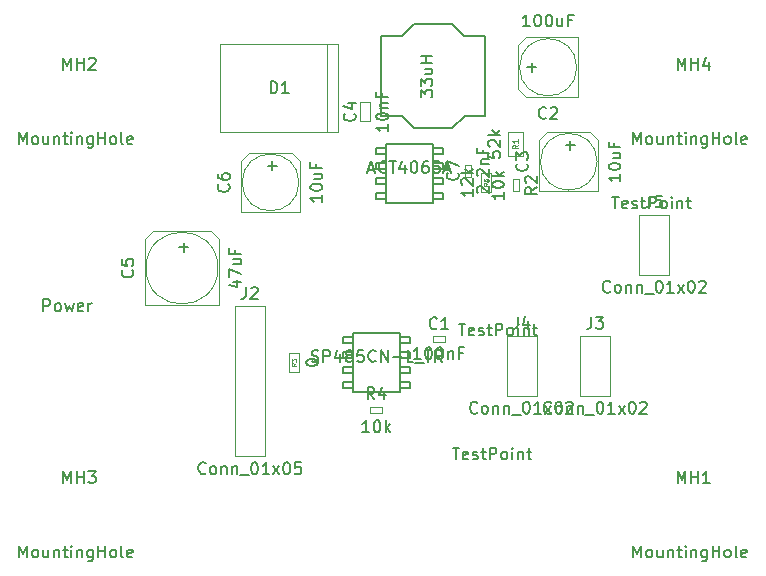
<source format=gbr>
G04 #@! TF.GenerationSoftware,KiCad,Pcbnew,5.0.0*
G04 #@! TF.CreationDate,2018-08-15T09:16:39-04:00*
G04 #@! TF.ProjectId,rs485,72733438352E6B696361645F70636200,rev?*
G04 #@! TF.SameCoordinates,Original*
G04 #@! TF.FileFunction,Other,Fab,Top*
%FSLAX46Y46*%
G04 Gerber Fmt 4.6, Leading zero omitted, Abs format (unit mm)*
G04 Created by KiCad (PCBNEW 5.0.0) date Wed Aug 15 09:16:39 2018*
%MOMM*%
%LPD*%
G01*
G04 APERTURE LIST*
%ADD10C,0.100000*%
%ADD11C,0.150000*%
%ADD12C,0.050800*%
%ADD13C,0.075000*%
G04 APERTURE END LIST*
D10*
G04 #@! TO.C,J2*
X52020000Y-98480000D02*
X49480000Y-98480000D01*
X52020000Y-111180000D02*
X52020000Y-98480000D01*
X49480000Y-111180000D02*
X52020000Y-111180000D01*
X49480000Y-98480000D02*
X49480000Y-111180000D01*
G04 #@! TO.C,C2*
X78510000Y-75710000D02*
X74160000Y-75710000D01*
X74160000Y-75710000D02*
X73490000Y-76380000D01*
X73490000Y-76380000D02*
X73490000Y-80070000D01*
X73490000Y-80070000D02*
X74160000Y-80740000D01*
X74160000Y-80740000D02*
X78510000Y-80740000D01*
X78510000Y-80740000D02*
X78510000Y-75710000D01*
X78418677Y-78250000D02*
G75*
G03X78418677Y-78250000I-2418677J0D01*
G01*
G04 #@! TO.C,C3*
X80150000Y-86250000D02*
G75*
G03X80150000Y-86250000I-2400000J0D01*
G01*
X75240000Y-88760000D02*
X80260000Y-88760000D01*
X75240000Y-84410000D02*
X75240000Y-88760000D01*
X75910000Y-83740000D02*
X75240000Y-84410000D01*
X79590000Y-83740000D02*
X75910000Y-83740000D01*
X80260000Y-84410000D02*
X79590000Y-83740000D01*
X80260000Y-88760000D02*
X80260000Y-84410000D01*
G04 #@! TO.C,C6*
X55010000Y-90510000D02*
X55010000Y-86160000D01*
X55010000Y-86160000D02*
X54340000Y-85490000D01*
X54340000Y-85490000D02*
X50660000Y-85490000D01*
X50660000Y-85490000D02*
X49990000Y-86160000D01*
X49990000Y-86160000D02*
X49990000Y-90510000D01*
X49990000Y-90510000D02*
X55010000Y-90510000D01*
X54900000Y-88000000D02*
G75*
G03X54900000Y-88000000I-2400000J0D01*
G01*
G04 #@! TO.C,C5*
X48150000Y-98400000D02*
X48150000Y-92770000D01*
X48150000Y-92770000D02*
X47480000Y-92100000D01*
X47480000Y-92100000D02*
X42520000Y-92100000D01*
X42520000Y-92100000D02*
X41850000Y-92770000D01*
X41850000Y-92770000D02*
X41850000Y-98400000D01*
X41850000Y-98400000D02*
X48150000Y-98400000D01*
X48041381Y-95250000D02*
G75*
G03X48041381Y-95250000I-3041381J0D01*
G01*
G04 #@! TO.C,C7*
X69000000Y-87500000D02*
X69000000Y-86500000D01*
X69000000Y-86500000D02*
X69500000Y-86500000D01*
X69500000Y-86500000D02*
X69500000Y-87500000D01*
X69500000Y-87500000D02*
X69000000Y-87500000D01*
G04 #@! TO.C,C4*
X60100000Y-82800000D02*
X60100000Y-81200000D01*
X60100000Y-81200000D02*
X60900000Y-81200000D01*
X60900000Y-81200000D02*
X60900000Y-82800000D01*
X60900000Y-82800000D02*
X60100000Y-82800000D01*
G04 #@! TO.C,C1*
X66250000Y-101000000D02*
X67250000Y-101000000D01*
X67250000Y-101000000D02*
X67250000Y-101500000D01*
X67250000Y-101500000D02*
X66250000Y-101500000D01*
X66250000Y-101500000D02*
X66250000Y-101000000D01*
G04 #@! TO.C,R2*
X73000000Y-87750000D02*
X73500000Y-87750000D01*
X73000000Y-88750000D02*
X73000000Y-87750000D01*
X73500000Y-88750000D02*
X73000000Y-88750000D01*
X73500000Y-87750000D02*
X73500000Y-88750000D01*
G04 #@! TO.C,R4*
X60950000Y-107000000D02*
X61950000Y-107000000D01*
X61950000Y-107000000D02*
X61950000Y-107500000D01*
X61950000Y-107500000D02*
X60950000Y-107500000D01*
X60950000Y-107500000D02*
X60950000Y-107000000D01*
G04 #@! TO.C,R3*
X54900000Y-104050000D02*
X54100000Y-104050000D01*
X54900000Y-102450000D02*
X54900000Y-104050000D01*
X54100000Y-102450000D02*
X54900000Y-102450000D01*
X54100000Y-104050000D02*
X54100000Y-102450000D01*
G04 #@! TO.C,R5*
X71150000Y-87200000D02*
X71150000Y-88800000D01*
X71150000Y-88800000D02*
X70350000Y-88800000D01*
X70350000Y-88800000D02*
X70350000Y-87200000D01*
X70350000Y-87200000D02*
X71150000Y-87200000D01*
G04 #@! TO.C,R1*
X73870000Y-83750000D02*
X73870000Y-85750000D01*
X73870000Y-85750000D02*
X72630000Y-85750000D01*
X72630000Y-85750000D02*
X72630000Y-83750000D01*
X72630000Y-83750000D02*
X73870000Y-83750000D01*
G04 #@! TO.C,J5*
X86270000Y-90730000D02*
X83730000Y-90730000D01*
X86270000Y-95810000D02*
X86270000Y-90730000D01*
X83730000Y-95810000D02*
X86270000Y-95810000D01*
X83730000Y-90730000D02*
X83730000Y-95810000D01*
G04 #@! TO.C,J4*
X72480000Y-100980000D02*
X72480000Y-106060000D01*
X72480000Y-106060000D02*
X75020000Y-106060000D01*
X75020000Y-106060000D02*
X75020000Y-100980000D01*
X75020000Y-100980000D02*
X72480000Y-100980000D01*
G04 #@! TO.C,J3*
X81270000Y-100980000D02*
X78730000Y-100980000D01*
X81270000Y-106060000D02*
X81270000Y-100980000D01*
X78730000Y-106060000D02*
X81270000Y-106060000D01*
X78730000Y-100980000D02*
X78730000Y-106060000D01*
D11*
G04 #@! TO.C,U2*
X62250000Y-84755000D02*
X66250000Y-84755000D01*
X66250000Y-84755000D02*
X66250000Y-89745000D01*
X66250000Y-89745000D02*
X62250000Y-89745000D01*
X62250000Y-89745000D02*
X62250000Y-84755000D01*
X62250000Y-85085000D02*
X61415000Y-85085000D01*
X61415000Y-85085000D02*
X61415000Y-85605000D01*
X61415000Y-85605000D02*
X62250000Y-85605000D01*
X62250000Y-86355000D02*
X61415000Y-86355000D01*
X61415000Y-86355000D02*
X61415000Y-86875000D01*
X61415000Y-86875000D02*
X62250000Y-86875000D01*
X62250000Y-87625000D02*
X61415000Y-87625000D01*
X61415000Y-87625000D02*
X61415000Y-88145000D01*
X61415000Y-88145000D02*
X62250000Y-88145000D01*
X62250000Y-88895000D02*
X61415000Y-88895000D01*
X61415000Y-88895000D02*
X61415000Y-89415000D01*
X61415000Y-89415000D02*
X62250000Y-89415000D01*
X66250000Y-89415000D02*
X67085000Y-89415000D01*
X67085000Y-89415000D02*
X67085000Y-88895000D01*
X67085000Y-88895000D02*
X66250000Y-88895000D01*
X66250000Y-88145000D02*
X67085000Y-88145000D01*
X67085000Y-88145000D02*
X67085000Y-87625000D01*
X67085000Y-87625000D02*
X66250000Y-87625000D01*
X66250000Y-86875000D02*
X67085000Y-86875000D01*
X67085000Y-86875000D02*
X67085000Y-86355000D01*
X67085000Y-86355000D02*
X66250000Y-86355000D01*
X66250000Y-85605000D02*
X67085000Y-85605000D01*
X67085000Y-85605000D02*
X67085000Y-85085000D01*
X67085000Y-85085000D02*
X66250000Y-85085000D01*
G04 #@! TO.C,U1*
X59500000Y-100750000D02*
X63500000Y-100750000D01*
X63500000Y-100750000D02*
X63500000Y-105750000D01*
X63500000Y-105750000D02*
X59500000Y-105750000D01*
X59500000Y-105750000D02*
X59500000Y-100750000D01*
X59500000Y-101090000D02*
X58670000Y-101090000D01*
X58670000Y-101090000D02*
X58670000Y-101600000D01*
X58670000Y-101600000D02*
X59500000Y-101600000D01*
X59500000Y-102360000D02*
X58670000Y-102360000D01*
X58670000Y-102360000D02*
X58670000Y-102870000D01*
X58670000Y-102870000D02*
X59500000Y-102870000D01*
X59500000Y-103630000D02*
X58670000Y-103630000D01*
X58670000Y-103630000D02*
X58670000Y-104140000D01*
X58670000Y-104140000D02*
X59500000Y-104140000D01*
X59500000Y-104900000D02*
X58670000Y-104900000D01*
X58670000Y-104900000D02*
X58670000Y-105410000D01*
X58670000Y-105410000D02*
X59500000Y-105410000D01*
X63500000Y-105410000D02*
X64330000Y-105410000D01*
X64330000Y-105410000D02*
X64330000Y-104900000D01*
X64330000Y-104900000D02*
X63500000Y-104900000D01*
X63500000Y-104140000D02*
X64330000Y-104140000D01*
X64330000Y-104140000D02*
X64330000Y-103630000D01*
X64330000Y-103630000D02*
X63500000Y-103630000D01*
X63500000Y-102870000D02*
X64330000Y-102870000D01*
X64330000Y-102870000D02*
X64330000Y-102360000D01*
X64330000Y-102360000D02*
X63500000Y-102360000D01*
X63500000Y-101600000D02*
X64330000Y-101600000D01*
X64330000Y-101600000D02*
X64330000Y-101090000D01*
X64330000Y-101090000D02*
X63500000Y-101090000D01*
G04 #@! TO.C,L1*
X61850000Y-82400000D02*
X63650000Y-82400000D01*
X63650000Y-82400000D02*
X64650000Y-83400000D01*
X64650000Y-83400000D02*
X67850000Y-83400000D01*
X67850000Y-83400000D02*
X68950000Y-82400000D01*
X68950000Y-82400000D02*
X70650000Y-82400000D01*
X70650000Y-82400000D02*
X70650000Y-75600000D01*
X70650000Y-75600000D02*
X68850000Y-75600000D01*
X68850000Y-75600000D02*
X67850000Y-74600000D01*
X67850000Y-74600000D02*
X64650000Y-74600000D01*
X64650000Y-74600000D02*
X63650000Y-75600000D01*
X63650000Y-75600000D02*
X61850000Y-75600000D01*
X61850000Y-75600000D02*
X61850000Y-82400000D01*
D12*
G04 #@! TO.C,D1*
X57288600Y-83733800D02*
X57288600Y-76266200D01*
X48250000Y-76250000D02*
X48250000Y-83750000D01*
X58250000Y-76250000D02*
X48250000Y-76250000D01*
X58250000Y-83750000D02*
X58250000Y-76250000D01*
X48250000Y-83750000D02*
X58250000Y-83750000D01*
G04 #@! TD*
G04 #@! TO.C,J2*
D11*
X47011904Y-112597142D02*
X46964285Y-112644761D01*
X46821428Y-112692380D01*
X46726190Y-112692380D01*
X46583333Y-112644761D01*
X46488095Y-112549523D01*
X46440476Y-112454285D01*
X46392857Y-112263809D01*
X46392857Y-112120952D01*
X46440476Y-111930476D01*
X46488095Y-111835238D01*
X46583333Y-111740000D01*
X46726190Y-111692380D01*
X46821428Y-111692380D01*
X46964285Y-111740000D01*
X47011904Y-111787619D01*
X47583333Y-112692380D02*
X47488095Y-112644761D01*
X47440476Y-112597142D01*
X47392857Y-112501904D01*
X47392857Y-112216190D01*
X47440476Y-112120952D01*
X47488095Y-112073333D01*
X47583333Y-112025714D01*
X47726190Y-112025714D01*
X47821428Y-112073333D01*
X47869047Y-112120952D01*
X47916666Y-112216190D01*
X47916666Y-112501904D01*
X47869047Y-112597142D01*
X47821428Y-112644761D01*
X47726190Y-112692380D01*
X47583333Y-112692380D01*
X48345238Y-112025714D02*
X48345238Y-112692380D01*
X48345238Y-112120952D02*
X48392857Y-112073333D01*
X48488095Y-112025714D01*
X48630952Y-112025714D01*
X48726190Y-112073333D01*
X48773809Y-112168571D01*
X48773809Y-112692380D01*
X49250000Y-112025714D02*
X49250000Y-112692380D01*
X49250000Y-112120952D02*
X49297619Y-112073333D01*
X49392857Y-112025714D01*
X49535714Y-112025714D01*
X49630952Y-112073333D01*
X49678571Y-112168571D01*
X49678571Y-112692380D01*
X49916666Y-112787619D02*
X50678571Y-112787619D01*
X51107142Y-111692380D02*
X51202380Y-111692380D01*
X51297619Y-111740000D01*
X51345238Y-111787619D01*
X51392857Y-111882857D01*
X51440476Y-112073333D01*
X51440476Y-112311428D01*
X51392857Y-112501904D01*
X51345238Y-112597142D01*
X51297619Y-112644761D01*
X51202380Y-112692380D01*
X51107142Y-112692380D01*
X51011904Y-112644761D01*
X50964285Y-112597142D01*
X50916666Y-112501904D01*
X50869047Y-112311428D01*
X50869047Y-112073333D01*
X50916666Y-111882857D01*
X50964285Y-111787619D01*
X51011904Y-111740000D01*
X51107142Y-111692380D01*
X52392857Y-112692380D02*
X51821428Y-112692380D01*
X52107142Y-112692380D02*
X52107142Y-111692380D01*
X52011904Y-111835238D01*
X51916666Y-111930476D01*
X51821428Y-111978095D01*
X52726190Y-112692380D02*
X53250000Y-112025714D01*
X52726190Y-112025714D02*
X53250000Y-112692380D01*
X53821428Y-111692380D02*
X53916666Y-111692380D01*
X54011904Y-111740000D01*
X54059523Y-111787619D01*
X54107142Y-111882857D01*
X54154761Y-112073333D01*
X54154761Y-112311428D01*
X54107142Y-112501904D01*
X54059523Y-112597142D01*
X54011904Y-112644761D01*
X53916666Y-112692380D01*
X53821428Y-112692380D01*
X53726190Y-112644761D01*
X53678571Y-112597142D01*
X53630952Y-112501904D01*
X53583333Y-112311428D01*
X53583333Y-112073333D01*
X53630952Y-111882857D01*
X53678571Y-111787619D01*
X53726190Y-111740000D01*
X53821428Y-111692380D01*
X55059523Y-111692380D02*
X54583333Y-111692380D01*
X54535714Y-112168571D01*
X54583333Y-112120952D01*
X54678571Y-112073333D01*
X54916666Y-112073333D01*
X55011904Y-112120952D01*
X55059523Y-112168571D01*
X55107142Y-112263809D01*
X55107142Y-112501904D01*
X55059523Y-112597142D01*
X55011904Y-112644761D01*
X54916666Y-112692380D01*
X54678571Y-112692380D01*
X54583333Y-112644761D01*
X54535714Y-112597142D01*
X50416666Y-96872380D02*
X50416666Y-97586666D01*
X50369047Y-97729523D01*
X50273809Y-97824761D01*
X50130952Y-97872380D01*
X50035714Y-97872380D01*
X50845238Y-96967619D02*
X50892857Y-96920000D01*
X50988095Y-96872380D01*
X51226190Y-96872380D01*
X51321428Y-96920000D01*
X51369047Y-96967619D01*
X51416666Y-97062857D01*
X51416666Y-97158095D01*
X51369047Y-97300952D01*
X50797619Y-97872380D01*
X51416666Y-97872380D01*
G04 #@! TO.C,C2*
X74452380Y-74782380D02*
X73880952Y-74782380D01*
X74166666Y-74782380D02*
X74166666Y-73782380D01*
X74071428Y-73925238D01*
X73976190Y-74020476D01*
X73880952Y-74068095D01*
X75071428Y-73782380D02*
X75166666Y-73782380D01*
X75261904Y-73830000D01*
X75309523Y-73877619D01*
X75357142Y-73972857D01*
X75404761Y-74163333D01*
X75404761Y-74401428D01*
X75357142Y-74591904D01*
X75309523Y-74687142D01*
X75261904Y-74734761D01*
X75166666Y-74782380D01*
X75071428Y-74782380D01*
X74976190Y-74734761D01*
X74928571Y-74687142D01*
X74880952Y-74591904D01*
X74833333Y-74401428D01*
X74833333Y-74163333D01*
X74880952Y-73972857D01*
X74928571Y-73877619D01*
X74976190Y-73830000D01*
X75071428Y-73782380D01*
X76023809Y-73782380D02*
X76119047Y-73782380D01*
X76214285Y-73830000D01*
X76261904Y-73877619D01*
X76309523Y-73972857D01*
X76357142Y-74163333D01*
X76357142Y-74401428D01*
X76309523Y-74591904D01*
X76261904Y-74687142D01*
X76214285Y-74734761D01*
X76119047Y-74782380D01*
X76023809Y-74782380D01*
X75928571Y-74734761D01*
X75880952Y-74687142D01*
X75833333Y-74591904D01*
X75785714Y-74401428D01*
X75785714Y-74163333D01*
X75833333Y-73972857D01*
X75880952Y-73877619D01*
X75928571Y-73830000D01*
X76023809Y-73782380D01*
X77214285Y-74115714D02*
X77214285Y-74782380D01*
X76785714Y-74115714D02*
X76785714Y-74639523D01*
X76833333Y-74734761D01*
X76928571Y-74782380D01*
X77071428Y-74782380D01*
X77166666Y-74734761D01*
X77214285Y-74687142D01*
X78023809Y-74258571D02*
X77690476Y-74258571D01*
X77690476Y-74782380D02*
X77690476Y-73782380D01*
X78166666Y-73782380D01*
X75833333Y-82527142D02*
X75785714Y-82574761D01*
X75642857Y-82622380D01*
X75547619Y-82622380D01*
X75404761Y-82574761D01*
X75309523Y-82479523D01*
X75261904Y-82384285D01*
X75214285Y-82193809D01*
X75214285Y-82050952D01*
X75261904Y-81860476D01*
X75309523Y-81765238D01*
X75404761Y-81670000D01*
X75547619Y-81622380D01*
X75642857Y-81622380D01*
X75785714Y-81670000D01*
X75833333Y-81717619D01*
X76214285Y-81717619D02*
X76261904Y-81670000D01*
X76357142Y-81622380D01*
X76595238Y-81622380D01*
X76690476Y-81670000D01*
X76738095Y-81717619D01*
X76785714Y-81812857D01*
X76785714Y-81908095D01*
X76738095Y-82050952D01*
X76166666Y-82622380D01*
X76785714Y-82622380D01*
X74249047Y-78241428D02*
X75010952Y-78241428D01*
X74630000Y-78622380D02*
X74630000Y-77860476D01*
G04 #@! TO.C,C3*
X82122380Y-87321428D02*
X82122380Y-87892857D01*
X82122380Y-87607142D02*
X81122380Y-87607142D01*
X81265238Y-87702380D01*
X81360476Y-87797619D01*
X81408095Y-87892857D01*
X81122380Y-86702380D02*
X81122380Y-86607142D01*
X81170000Y-86511904D01*
X81217619Y-86464285D01*
X81312857Y-86416666D01*
X81503333Y-86369047D01*
X81741428Y-86369047D01*
X81931904Y-86416666D01*
X82027142Y-86464285D01*
X82074761Y-86511904D01*
X82122380Y-86607142D01*
X82122380Y-86702380D01*
X82074761Y-86797619D01*
X82027142Y-86845238D01*
X81931904Y-86892857D01*
X81741428Y-86940476D01*
X81503333Y-86940476D01*
X81312857Y-86892857D01*
X81217619Y-86845238D01*
X81170000Y-86797619D01*
X81122380Y-86702380D01*
X81455714Y-85511904D02*
X82122380Y-85511904D01*
X81455714Y-85940476D02*
X81979523Y-85940476D01*
X82074761Y-85892857D01*
X82122380Y-85797619D01*
X82122380Y-85654761D01*
X82074761Y-85559523D01*
X82027142Y-85511904D01*
X81598571Y-84702380D02*
X81598571Y-85035714D01*
X82122380Y-85035714D02*
X81122380Y-85035714D01*
X81122380Y-84559523D01*
X77881428Y-85230952D02*
X77881428Y-84469047D01*
X78262380Y-84850000D02*
X77500476Y-84850000D01*
X74187142Y-86416666D02*
X74234761Y-86464285D01*
X74282380Y-86607142D01*
X74282380Y-86702380D01*
X74234761Y-86845238D01*
X74139523Y-86940476D01*
X74044285Y-86988095D01*
X73853809Y-87035714D01*
X73710952Y-87035714D01*
X73520476Y-86988095D01*
X73425238Y-86940476D01*
X73330000Y-86845238D01*
X73282380Y-86702380D01*
X73282380Y-86607142D01*
X73330000Y-86464285D01*
X73377619Y-86416666D01*
X73282380Y-86083333D02*
X73282380Y-85464285D01*
X73663333Y-85797619D01*
X73663333Y-85654761D01*
X73710952Y-85559523D01*
X73758571Y-85511904D01*
X73853809Y-85464285D01*
X74091904Y-85464285D01*
X74187142Y-85511904D01*
X74234761Y-85559523D01*
X74282380Y-85654761D01*
X74282380Y-85940476D01*
X74234761Y-86035714D01*
X74187142Y-86083333D01*
G04 #@! TO.C,C6*
X56872380Y-89071428D02*
X56872380Y-89642857D01*
X56872380Y-89357142D02*
X55872380Y-89357142D01*
X56015238Y-89452380D01*
X56110476Y-89547619D01*
X56158095Y-89642857D01*
X55872380Y-88452380D02*
X55872380Y-88357142D01*
X55920000Y-88261904D01*
X55967619Y-88214285D01*
X56062857Y-88166666D01*
X56253333Y-88119047D01*
X56491428Y-88119047D01*
X56681904Y-88166666D01*
X56777142Y-88214285D01*
X56824761Y-88261904D01*
X56872380Y-88357142D01*
X56872380Y-88452380D01*
X56824761Y-88547619D01*
X56777142Y-88595238D01*
X56681904Y-88642857D01*
X56491428Y-88690476D01*
X56253333Y-88690476D01*
X56062857Y-88642857D01*
X55967619Y-88595238D01*
X55920000Y-88547619D01*
X55872380Y-88452380D01*
X56205714Y-87261904D02*
X56872380Y-87261904D01*
X56205714Y-87690476D02*
X56729523Y-87690476D01*
X56824761Y-87642857D01*
X56872380Y-87547619D01*
X56872380Y-87404761D01*
X56824761Y-87309523D01*
X56777142Y-87261904D01*
X56348571Y-86452380D02*
X56348571Y-86785714D01*
X56872380Y-86785714D02*
X55872380Y-86785714D01*
X55872380Y-86309523D01*
X48937142Y-88166666D02*
X48984761Y-88214285D01*
X49032380Y-88357142D01*
X49032380Y-88452380D01*
X48984761Y-88595238D01*
X48889523Y-88690476D01*
X48794285Y-88738095D01*
X48603809Y-88785714D01*
X48460952Y-88785714D01*
X48270476Y-88738095D01*
X48175238Y-88690476D01*
X48080000Y-88595238D01*
X48032380Y-88452380D01*
X48032380Y-88357142D01*
X48080000Y-88214285D01*
X48127619Y-88166666D01*
X48032380Y-87309523D02*
X48032380Y-87500000D01*
X48080000Y-87595238D01*
X48127619Y-87642857D01*
X48270476Y-87738095D01*
X48460952Y-87785714D01*
X48841904Y-87785714D01*
X48937142Y-87738095D01*
X48984761Y-87690476D01*
X49032380Y-87595238D01*
X49032380Y-87404761D01*
X48984761Y-87309523D01*
X48937142Y-87261904D01*
X48841904Y-87214285D01*
X48603809Y-87214285D01*
X48508571Y-87261904D01*
X48460952Y-87309523D01*
X48413333Y-87404761D01*
X48413333Y-87595238D01*
X48460952Y-87690476D01*
X48508571Y-87738095D01*
X48603809Y-87785714D01*
X52631428Y-86980952D02*
X52631428Y-86219047D01*
X53012380Y-86600000D02*
X52250476Y-86600000D01*
G04 #@! TO.C,C5*
X49345714Y-96416666D02*
X50012380Y-96416666D01*
X48964761Y-96654761D02*
X49679047Y-96892857D01*
X49679047Y-96273809D01*
X49012380Y-95988095D02*
X49012380Y-95321428D01*
X50012380Y-95750000D01*
X49345714Y-94511904D02*
X50012380Y-94511904D01*
X49345714Y-94940476D02*
X49869523Y-94940476D01*
X49964761Y-94892857D01*
X50012380Y-94797619D01*
X50012380Y-94654761D01*
X49964761Y-94559523D01*
X49917142Y-94511904D01*
X49488571Y-93702380D02*
X49488571Y-94035714D01*
X50012380Y-94035714D02*
X49012380Y-94035714D01*
X49012380Y-93559523D01*
X40797142Y-95416666D02*
X40844761Y-95464285D01*
X40892380Y-95607142D01*
X40892380Y-95702380D01*
X40844761Y-95845238D01*
X40749523Y-95940476D01*
X40654285Y-95988095D01*
X40463809Y-96035714D01*
X40320952Y-96035714D01*
X40130476Y-95988095D01*
X40035238Y-95940476D01*
X39940000Y-95845238D01*
X39892380Y-95702380D01*
X39892380Y-95607142D01*
X39940000Y-95464285D01*
X39987619Y-95416666D01*
X39892380Y-94511904D02*
X39892380Y-94988095D01*
X40368571Y-95035714D01*
X40320952Y-94988095D01*
X40273333Y-94892857D01*
X40273333Y-94654761D01*
X40320952Y-94559523D01*
X40368571Y-94511904D01*
X40463809Y-94464285D01*
X40701904Y-94464285D01*
X40797142Y-94511904D01*
X40844761Y-94559523D01*
X40892380Y-94654761D01*
X40892380Y-94892857D01*
X40844761Y-94988095D01*
X40797142Y-95035714D01*
X45151428Y-93880952D02*
X45151428Y-93119047D01*
X45532380Y-93500000D02*
X44770476Y-93500000D01*
G04 #@! TO.C,C7*
X70067619Y-88880952D02*
X70020000Y-88833333D01*
X69972380Y-88738095D01*
X69972380Y-88500000D01*
X70020000Y-88404761D01*
X70067619Y-88357142D01*
X70162857Y-88309523D01*
X70258095Y-88309523D01*
X70400952Y-88357142D01*
X70972380Y-88928571D01*
X70972380Y-88309523D01*
X70877142Y-87880952D02*
X70924761Y-87833333D01*
X70972380Y-87880952D01*
X70924761Y-87928571D01*
X70877142Y-87880952D01*
X70972380Y-87880952D01*
X70067619Y-87452380D02*
X70020000Y-87404761D01*
X69972380Y-87309523D01*
X69972380Y-87071428D01*
X70020000Y-86976190D01*
X70067619Y-86928571D01*
X70162857Y-86880952D01*
X70258095Y-86880952D01*
X70400952Y-86928571D01*
X70972380Y-87500000D01*
X70972380Y-86880952D01*
X70305714Y-86452380D02*
X70972380Y-86452380D01*
X70400952Y-86452380D02*
X70353333Y-86404761D01*
X70305714Y-86309523D01*
X70305714Y-86166666D01*
X70353333Y-86071428D01*
X70448571Y-86023809D01*
X70972380Y-86023809D01*
X70448571Y-85214285D02*
X70448571Y-85547619D01*
X70972380Y-85547619D02*
X69972380Y-85547619D01*
X69972380Y-85071428D01*
X68337142Y-87166666D02*
X68384761Y-87214285D01*
X68432380Y-87357142D01*
X68432380Y-87452380D01*
X68384761Y-87595238D01*
X68289523Y-87690476D01*
X68194285Y-87738095D01*
X68003809Y-87785714D01*
X67860952Y-87785714D01*
X67670476Y-87738095D01*
X67575238Y-87690476D01*
X67480000Y-87595238D01*
X67432380Y-87452380D01*
X67432380Y-87357142D01*
X67480000Y-87214285D01*
X67527619Y-87166666D01*
X67432380Y-86833333D02*
X67432380Y-86166666D01*
X68432380Y-86595238D01*
G04 #@! TO.C,C4*
X62452380Y-83071428D02*
X62452380Y-83642857D01*
X62452380Y-83357142D02*
X61452380Y-83357142D01*
X61595238Y-83452380D01*
X61690476Y-83547619D01*
X61738095Y-83642857D01*
X61452380Y-82452380D02*
X61452380Y-82357142D01*
X61500000Y-82261904D01*
X61547619Y-82214285D01*
X61642857Y-82166666D01*
X61833333Y-82119047D01*
X62071428Y-82119047D01*
X62261904Y-82166666D01*
X62357142Y-82214285D01*
X62404761Y-82261904D01*
X62452380Y-82357142D01*
X62452380Y-82452380D01*
X62404761Y-82547619D01*
X62357142Y-82595238D01*
X62261904Y-82642857D01*
X62071428Y-82690476D01*
X61833333Y-82690476D01*
X61642857Y-82642857D01*
X61547619Y-82595238D01*
X61500000Y-82547619D01*
X61452380Y-82452380D01*
X61785714Y-81690476D02*
X62452380Y-81690476D01*
X61880952Y-81690476D02*
X61833333Y-81642857D01*
X61785714Y-81547619D01*
X61785714Y-81404761D01*
X61833333Y-81309523D01*
X61928571Y-81261904D01*
X62452380Y-81261904D01*
X61928571Y-80452380D02*
X61928571Y-80785714D01*
X62452380Y-80785714D02*
X61452380Y-80785714D01*
X61452380Y-80309523D01*
X59607142Y-82166666D02*
X59654761Y-82214285D01*
X59702380Y-82357142D01*
X59702380Y-82452380D01*
X59654761Y-82595238D01*
X59559523Y-82690476D01*
X59464285Y-82738095D01*
X59273809Y-82785714D01*
X59130952Y-82785714D01*
X58940476Y-82738095D01*
X58845238Y-82690476D01*
X58750000Y-82595238D01*
X58702380Y-82452380D01*
X58702380Y-82357142D01*
X58750000Y-82214285D01*
X58797619Y-82166666D01*
X59035714Y-81309523D02*
X59702380Y-81309523D01*
X58654761Y-81547619D02*
X59369047Y-81785714D01*
X59369047Y-81166666D01*
G04 #@! TO.C,C1*
X65202380Y-102972380D02*
X64630952Y-102972380D01*
X64916666Y-102972380D02*
X64916666Y-101972380D01*
X64821428Y-102115238D01*
X64726190Y-102210476D01*
X64630952Y-102258095D01*
X65821428Y-101972380D02*
X65916666Y-101972380D01*
X66011904Y-102020000D01*
X66059523Y-102067619D01*
X66107142Y-102162857D01*
X66154761Y-102353333D01*
X66154761Y-102591428D01*
X66107142Y-102781904D01*
X66059523Y-102877142D01*
X66011904Y-102924761D01*
X65916666Y-102972380D01*
X65821428Y-102972380D01*
X65726190Y-102924761D01*
X65678571Y-102877142D01*
X65630952Y-102781904D01*
X65583333Y-102591428D01*
X65583333Y-102353333D01*
X65630952Y-102162857D01*
X65678571Y-102067619D01*
X65726190Y-102020000D01*
X65821428Y-101972380D01*
X66773809Y-101972380D02*
X66869047Y-101972380D01*
X66964285Y-102020000D01*
X67011904Y-102067619D01*
X67059523Y-102162857D01*
X67107142Y-102353333D01*
X67107142Y-102591428D01*
X67059523Y-102781904D01*
X67011904Y-102877142D01*
X66964285Y-102924761D01*
X66869047Y-102972380D01*
X66773809Y-102972380D01*
X66678571Y-102924761D01*
X66630952Y-102877142D01*
X66583333Y-102781904D01*
X66535714Y-102591428D01*
X66535714Y-102353333D01*
X66583333Y-102162857D01*
X66630952Y-102067619D01*
X66678571Y-102020000D01*
X66773809Y-101972380D01*
X67535714Y-102305714D02*
X67535714Y-102972380D01*
X67535714Y-102400952D02*
X67583333Y-102353333D01*
X67678571Y-102305714D01*
X67821428Y-102305714D01*
X67916666Y-102353333D01*
X67964285Y-102448571D01*
X67964285Y-102972380D01*
X68773809Y-102448571D02*
X68440476Y-102448571D01*
X68440476Y-102972380D02*
X68440476Y-101972380D01*
X68916666Y-101972380D01*
X66583333Y-100337142D02*
X66535714Y-100384761D01*
X66392857Y-100432380D01*
X66297619Y-100432380D01*
X66154761Y-100384761D01*
X66059523Y-100289523D01*
X66011904Y-100194285D01*
X65964285Y-100003809D01*
X65964285Y-99860952D01*
X66011904Y-99670476D01*
X66059523Y-99575238D01*
X66154761Y-99480000D01*
X66297619Y-99432380D01*
X66392857Y-99432380D01*
X66535714Y-99480000D01*
X66583333Y-99527619D01*
X67535714Y-100432380D02*
X66964285Y-100432380D01*
X67250000Y-100432380D02*
X67250000Y-99432380D01*
X67154761Y-99575238D01*
X67059523Y-99670476D01*
X66964285Y-99718095D01*
G04 #@! TO.C,TP3*
X67916666Y-110452380D02*
X68488095Y-110452380D01*
X68202380Y-111452380D02*
X68202380Y-110452380D01*
X69202380Y-111404761D02*
X69107142Y-111452380D01*
X68916666Y-111452380D01*
X68821428Y-111404761D01*
X68773809Y-111309523D01*
X68773809Y-110928571D01*
X68821428Y-110833333D01*
X68916666Y-110785714D01*
X69107142Y-110785714D01*
X69202380Y-110833333D01*
X69250000Y-110928571D01*
X69250000Y-111023809D01*
X68773809Y-111119047D01*
X69630952Y-111404761D02*
X69726190Y-111452380D01*
X69916666Y-111452380D01*
X70011904Y-111404761D01*
X70059523Y-111309523D01*
X70059523Y-111261904D01*
X70011904Y-111166666D01*
X69916666Y-111119047D01*
X69773809Y-111119047D01*
X69678571Y-111071428D01*
X69630952Y-110976190D01*
X69630952Y-110928571D01*
X69678571Y-110833333D01*
X69773809Y-110785714D01*
X69916666Y-110785714D01*
X70011904Y-110833333D01*
X70345238Y-110785714D02*
X70726190Y-110785714D01*
X70488095Y-110452380D02*
X70488095Y-111309523D01*
X70535714Y-111404761D01*
X70630952Y-111452380D01*
X70726190Y-111452380D01*
X71059523Y-111452380D02*
X71059523Y-110452380D01*
X71440476Y-110452380D01*
X71535714Y-110500000D01*
X71583333Y-110547619D01*
X71630952Y-110642857D01*
X71630952Y-110785714D01*
X71583333Y-110880952D01*
X71535714Y-110928571D01*
X71440476Y-110976190D01*
X71059523Y-110976190D01*
X72202380Y-111452380D02*
X72107142Y-111404761D01*
X72059523Y-111357142D01*
X72011904Y-111261904D01*
X72011904Y-110976190D01*
X72059523Y-110880952D01*
X72107142Y-110833333D01*
X72202380Y-110785714D01*
X72345238Y-110785714D01*
X72440476Y-110833333D01*
X72488095Y-110880952D01*
X72535714Y-110976190D01*
X72535714Y-111261904D01*
X72488095Y-111357142D01*
X72440476Y-111404761D01*
X72345238Y-111452380D01*
X72202380Y-111452380D01*
X72964285Y-111452380D02*
X72964285Y-110785714D01*
X72964285Y-110452380D02*
X72916666Y-110500000D01*
X72964285Y-110547619D01*
X73011904Y-110500000D01*
X72964285Y-110452380D01*
X72964285Y-110547619D01*
X73440476Y-110785714D02*
X73440476Y-111452380D01*
X73440476Y-110880952D02*
X73488095Y-110833333D01*
X73583333Y-110785714D01*
X73726190Y-110785714D01*
X73821428Y-110833333D01*
X73869047Y-110928571D01*
X73869047Y-111452380D01*
X74202380Y-110785714D02*
X74583333Y-110785714D01*
X74345238Y-110452380D02*
X74345238Y-111309523D01*
X74392857Y-111404761D01*
X74488095Y-111452380D01*
X74583333Y-111452380D01*
G04 #@! TO.C,TP2*
X68416666Y-99952380D02*
X68988095Y-99952380D01*
X68702380Y-100952380D02*
X68702380Y-99952380D01*
X69702380Y-100904761D02*
X69607142Y-100952380D01*
X69416666Y-100952380D01*
X69321428Y-100904761D01*
X69273809Y-100809523D01*
X69273809Y-100428571D01*
X69321428Y-100333333D01*
X69416666Y-100285714D01*
X69607142Y-100285714D01*
X69702380Y-100333333D01*
X69750000Y-100428571D01*
X69750000Y-100523809D01*
X69273809Y-100619047D01*
X70130952Y-100904761D02*
X70226190Y-100952380D01*
X70416666Y-100952380D01*
X70511904Y-100904761D01*
X70559523Y-100809523D01*
X70559523Y-100761904D01*
X70511904Y-100666666D01*
X70416666Y-100619047D01*
X70273809Y-100619047D01*
X70178571Y-100571428D01*
X70130952Y-100476190D01*
X70130952Y-100428571D01*
X70178571Y-100333333D01*
X70273809Y-100285714D01*
X70416666Y-100285714D01*
X70511904Y-100333333D01*
X70845238Y-100285714D02*
X71226190Y-100285714D01*
X70988095Y-99952380D02*
X70988095Y-100809523D01*
X71035714Y-100904761D01*
X71130952Y-100952380D01*
X71226190Y-100952380D01*
X71559523Y-100952380D02*
X71559523Y-99952380D01*
X71940476Y-99952380D01*
X72035714Y-100000000D01*
X72083333Y-100047619D01*
X72130952Y-100142857D01*
X72130952Y-100285714D01*
X72083333Y-100380952D01*
X72035714Y-100428571D01*
X71940476Y-100476190D01*
X71559523Y-100476190D01*
X72702380Y-100952380D02*
X72607142Y-100904761D01*
X72559523Y-100857142D01*
X72511904Y-100761904D01*
X72511904Y-100476190D01*
X72559523Y-100380952D01*
X72607142Y-100333333D01*
X72702380Y-100285714D01*
X72845238Y-100285714D01*
X72940476Y-100333333D01*
X72988095Y-100380952D01*
X73035714Y-100476190D01*
X73035714Y-100761904D01*
X72988095Y-100857142D01*
X72940476Y-100904761D01*
X72845238Y-100952380D01*
X72702380Y-100952380D01*
X73464285Y-100952380D02*
X73464285Y-100285714D01*
X73464285Y-99952380D02*
X73416666Y-100000000D01*
X73464285Y-100047619D01*
X73511904Y-100000000D01*
X73464285Y-99952380D01*
X73464285Y-100047619D01*
X73940476Y-100285714D02*
X73940476Y-100952380D01*
X73940476Y-100380952D02*
X73988095Y-100333333D01*
X74083333Y-100285714D01*
X74226190Y-100285714D01*
X74321428Y-100333333D01*
X74369047Y-100428571D01*
X74369047Y-100952380D01*
X74702380Y-100285714D02*
X75083333Y-100285714D01*
X74845238Y-99952380D02*
X74845238Y-100809523D01*
X74892857Y-100904761D01*
X74988095Y-100952380D01*
X75083333Y-100952380D01*
G04 #@! TO.C,TP1*
X81416666Y-89202380D02*
X81988095Y-89202380D01*
X81702380Y-90202380D02*
X81702380Y-89202380D01*
X82702380Y-90154761D02*
X82607142Y-90202380D01*
X82416666Y-90202380D01*
X82321428Y-90154761D01*
X82273809Y-90059523D01*
X82273809Y-89678571D01*
X82321428Y-89583333D01*
X82416666Y-89535714D01*
X82607142Y-89535714D01*
X82702380Y-89583333D01*
X82750000Y-89678571D01*
X82750000Y-89773809D01*
X82273809Y-89869047D01*
X83130952Y-90154761D02*
X83226190Y-90202380D01*
X83416666Y-90202380D01*
X83511904Y-90154761D01*
X83559523Y-90059523D01*
X83559523Y-90011904D01*
X83511904Y-89916666D01*
X83416666Y-89869047D01*
X83273809Y-89869047D01*
X83178571Y-89821428D01*
X83130952Y-89726190D01*
X83130952Y-89678571D01*
X83178571Y-89583333D01*
X83273809Y-89535714D01*
X83416666Y-89535714D01*
X83511904Y-89583333D01*
X83845238Y-89535714D02*
X84226190Y-89535714D01*
X83988095Y-89202380D02*
X83988095Y-90059523D01*
X84035714Y-90154761D01*
X84130952Y-90202380D01*
X84226190Y-90202380D01*
X84559523Y-90202380D02*
X84559523Y-89202380D01*
X84940476Y-89202380D01*
X85035714Y-89250000D01*
X85083333Y-89297619D01*
X85130952Y-89392857D01*
X85130952Y-89535714D01*
X85083333Y-89630952D01*
X85035714Y-89678571D01*
X84940476Y-89726190D01*
X84559523Y-89726190D01*
X85702380Y-90202380D02*
X85607142Y-90154761D01*
X85559523Y-90107142D01*
X85511904Y-90011904D01*
X85511904Y-89726190D01*
X85559523Y-89630952D01*
X85607142Y-89583333D01*
X85702380Y-89535714D01*
X85845238Y-89535714D01*
X85940476Y-89583333D01*
X85988095Y-89630952D01*
X86035714Y-89726190D01*
X86035714Y-90011904D01*
X85988095Y-90107142D01*
X85940476Y-90154761D01*
X85845238Y-90202380D01*
X85702380Y-90202380D01*
X86464285Y-90202380D02*
X86464285Y-89535714D01*
X86464285Y-89202380D02*
X86416666Y-89250000D01*
X86464285Y-89297619D01*
X86511904Y-89250000D01*
X86464285Y-89202380D01*
X86464285Y-89297619D01*
X86940476Y-89535714D02*
X86940476Y-90202380D01*
X86940476Y-89630952D02*
X86988095Y-89583333D01*
X87083333Y-89535714D01*
X87226190Y-89535714D01*
X87321428Y-89583333D01*
X87369047Y-89678571D01*
X87369047Y-90202380D01*
X87702380Y-89535714D02*
X88083333Y-89535714D01*
X87845238Y-89202380D02*
X87845238Y-90059523D01*
X87892857Y-90154761D01*
X87988095Y-90202380D01*
X88083333Y-90202380D01*
G04 #@! TO.C,MH1*
X83214285Y-119752380D02*
X83214285Y-118752380D01*
X83547619Y-119466666D01*
X83880952Y-118752380D01*
X83880952Y-119752380D01*
X84500000Y-119752380D02*
X84404761Y-119704761D01*
X84357142Y-119657142D01*
X84309523Y-119561904D01*
X84309523Y-119276190D01*
X84357142Y-119180952D01*
X84404761Y-119133333D01*
X84500000Y-119085714D01*
X84642857Y-119085714D01*
X84738095Y-119133333D01*
X84785714Y-119180952D01*
X84833333Y-119276190D01*
X84833333Y-119561904D01*
X84785714Y-119657142D01*
X84738095Y-119704761D01*
X84642857Y-119752380D01*
X84500000Y-119752380D01*
X85690476Y-119085714D02*
X85690476Y-119752380D01*
X85261904Y-119085714D02*
X85261904Y-119609523D01*
X85309523Y-119704761D01*
X85404761Y-119752380D01*
X85547619Y-119752380D01*
X85642857Y-119704761D01*
X85690476Y-119657142D01*
X86166666Y-119085714D02*
X86166666Y-119752380D01*
X86166666Y-119180952D02*
X86214285Y-119133333D01*
X86309523Y-119085714D01*
X86452380Y-119085714D01*
X86547619Y-119133333D01*
X86595238Y-119228571D01*
X86595238Y-119752380D01*
X86928571Y-119085714D02*
X87309523Y-119085714D01*
X87071428Y-118752380D02*
X87071428Y-119609523D01*
X87119047Y-119704761D01*
X87214285Y-119752380D01*
X87309523Y-119752380D01*
X87642857Y-119752380D02*
X87642857Y-119085714D01*
X87642857Y-118752380D02*
X87595238Y-118800000D01*
X87642857Y-118847619D01*
X87690476Y-118800000D01*
X87642857Y-118752380D01*
X87642857Y-118847619D01*
X88119047Y-119085714D02*
X88119047Y-119752380D01*
X88119047Y-119180952D02*
X88166666Y-119133333D01*
X88261904Y-119085714D01*
X88404761Y-119085714D01*
X88500000Y-119133333D01*
X88547619Y-119228571D01*
X88547619Y-119752380D01*
X89452380Y-119085714D02*
X89452380Y-119895238D01*
X89404761Y-119990476D01*
X89357142Y-120038095D01*
X89261904Y-120085714D01*
X89119047Y-120085714D01*
X89023809Y-120038095D01*
X89452380Y-119704761D02*
X89357142Y-119752380D01*
X89166666Y-119752380D01*
X89071428Y-119704761D01*
X89023809Y-119657142D01*
X88976190Y-119561904D01*
X88976190Y-119276190D01*
X89023809Y-119180952D01*
X89071428Y-119133333D01*
X89166666Y-119085714D01*
X89357142Y-119085714D01*
X89452380Y-119133333D01*
X89928571Y-119752380D02*
X89928571Y-118752380D01*
X89928571Y-119228571D02*
X90500000Y-119228571D01*
X90500000Y-119752380D02*
X90500000Y-118752380D01*
X91119047Y-119752380D02*
X91023809Y-119704761D01*
X90976190Y-119657142D01*
X90928571Y-119561904D01*
X90928571Y-119276190D01*
X90976190Y-119180952D01*
X91023809Y-119133333D01*
X91119047Y-119085714D01*
X91261904Y-119085714D01*
X91357142Y-119133333D01*
X91404761Y-119180952D01*
X91452380Y-119276190D01*
X91452380Y-119561904D01*
X91404761Y-119657142D01*
X91357142Y-119704761D01*
X91261904Y-119752380D01*
X91119047Y-119752380D01*
X92023809Y-119752380D02*
X91928571Y-119704761D01*
X91880952Y-119609523D01*
X91880952Y-118752380D01*
X92785714Y-119704761D02*
X92690476Y-119752380D01*
X92500000Y-119752380D01*
X92404761Y-119704761D01*
X92357142Y-119609523D01*
X92357142Y-119228571D01*
X92404761Y-119133333D01*
X92500000Y-119085714D01*
X92690476Y-119085714D01*
X92785714Y-119133333D01*
X92833333Y-119228571D01*
X92833333Y-119323809D01*
X92357142Y-119419047D01*
X86966666Y-113452380D02*
X86966666Y-112452380D01*
X87300000Y-113166666D01*
X87633333Y-112452380D01*
X87633333Y-113452380D01*
X88109523Y-113452380D02*
X88109523Y-112452380D01*
X88109523Y-112928571D02*
X88680952Y-112928571D01*
X88680952Y-113452380D02*
X88680952Y-112452380D01*
X89680952Y-113452380D02*
X89109523Y-113452380D01*
X89395238Y-113452380D02*
X89395238Y-112452380D01*
X89300000Y-112595238D01*
X89204761Y-112690476D01*
X89109523Y-112738095D01*
G04 #@! TO.C,MH3*
X31214285Y-119752380D02*
X31214285Y-118752380D01*
X31547619Y-119466666D01*
X31880952Y-118752380D01*
X31880952Y-119752380D01*
X32500000Y-119752380D02*
X32404761Y-119704761D01*
X32357142Y-119657142D01*
X32309523Y-119561904D01*
X32309523Y-119276190D01*
X32357142Y-119180952D01*
X32404761Y-119133333D01*
X32500000Y-119085714D01*
X32642857Y-119085714D01*
X32738095Y-119133333D01*
X32785714Y-119180952D01*
X32833333Y-119276190D01*
X32833333Y-119561904D01*
X32785714Y-119657142D01*
X32738095Y-119704761D01*
X32642857Y-119752380D01*
X32500000Y-119752380D01*
X33690476Y-119085714D02*
X33690476Y-119752380D01*
X33261904Y-119085714D02*
X33261904Y-119609523D01*
X33309523Y-119704761D01*
X33404761Y-119752380D01*
X33547619Y-119752380D01*
X33642857Y-119704761D01*
X33690476Y-119657142D01*
X34166666Y-119085714D02*
X34166666Y-119752380D01*
X34166666Y-119180952D02*
X34214285Y-119133333D01*
X34309523Y-119085714D01*
X34452380Y-119085714D01*
X34547619Y-119133333D01*
X34595238Y-119228571D01*
X34595238Y-119752380D01*
X34928571Y-119085714D02*
X35309523Y-119085714D01*
X35071428Y-118752380D02*
X35071428Y-119609523D01*
X35119047Y-119704761D01*
X35214285Y-119752380D01*
X35309523Y-119752380D01*
X35642857Y-119752380D02*
X35642857Y-119085714D01*
X35642857Y-118752380D02*
X35595238Y-118800000D01*
X35642857Y-118847619D01*
X35690476Y-118800000D01*
X35642857Y-118752380D01*
X35642857Y-118847619D01*
X36119047Y-119085714D02*
X36119047Y-119752380D01*
X36119047Y-119180952D02*
X36166666Y-119133333D01*
X36261904Y-119085714D01*
X36404761Y-119085714D01*
X36500000Y-119133333D01*
X36547619Y-119228571D01*
X36547619Y-119752380D01*
X37452380Y-119085714D02*
X37452380Y-119895238D01*
X37404761Y-119990476D01*
X37357142Y-120038095D01*
X37261904Y-120085714D01*
X37119047Y-120085714D01*
X37023809Y-120038095D01*
X37452380Y-119704761D02*
X37357142Y-119752380D01*
X37166666Y-119752380D01*
X37071428Y-119704761D01*
X37023809Y-119657142D01*
X36976190Y-119561904D01*
X36976190Y-119276190D01*
X37023809Y-119180952D01*
X37071428Y-119133333D01*
X37166666Y-119085714D01*
X37357142Y-119085714D01*
X37452380Y-119133333D01*
X37928571Y-119752380D02*
X37928571Y-118752380D01*
X37928571Y-119228571D02*
X38500000Y-119228571D01*
X38500000Y-119752380D02*
X38500000Y-118752380D01*
X39119047Y-119752380D02*
X39023809Y-119704761D01*
X38976190Y-119657142D01*
X38928571Y-119561904D01*
X38928571Y-119276190D01*
X38976190Y-119180952D01*
X39023809Y-119133333D01*
X39119047Y-119085714D01*
X39261904Y-119085714D01*
X39357142Y-119133333D01*
X39404761Y-119180952D01*
X39452380Y-119276190D01*
X39452380Y-119561904D01*
X39404761Y-119657142D01*
X39357142Y-119704761D01*
X39261904Y-119752380D01*
X39119047Y-119752380D01*
X40023809Y-119752380D02*
X39928571Y-119704761D01*
X39880952Y-119609523D01*
X39880952Y-118752380D01*
X40785714Y-119704761D02*
X40690476Y-119752380D01*
X40500000Y-119752380D01*
X40404761Y-119704761D01*
X40357142Y-119609523D01*
X40357142Y-119228571D01*
X40404761Y-119133333D01*
X40500000Y-119085714D01*
X40690476Y-119085714D01*
X40785714Y-119133333D01*
X40833333Y-119228571D01*
X40833333Y-119323809D01*
X40357142Y-119419047D01*
X34966666Y-113452380D02*
X34966666Y-112452380D01*
X35300000Y-113166666D01*
X35633333Y-112452380D01*
X35633333Y-113452380D01*
X36109523Y-113452380D02*
X36109523Y-112452380D01*
X36109523Y-112928571D02*
X36680952Y-112928571D01*
X36680952Y-113452380D02*
X36680952Y-112452380D01*
X37061904Y-112452380D02*
X37680952Y-112452380D01*
X37347619Y-112833333D01*
X37490476Y-112833333D01*
X37585714Y-112880952D01*
X37633333Y-112928571D01*
X37680952Y-113023809D01*
X37680952Y-113261904D01*
X37633333Y-113357142D01*
X37585714Y-113404761D01*
X37490476Y-113452380D01*
X37204761Y-113452380D01*
X37109523Y-113404761D01*
X37061904Y-113357142D01*
G04 #@! TO.C,MH4*
X83214285Y-84752380D02*
X83214285Y-83752380D01*
X83547619Y-84466666D01*
X83880952Y-83752380D01*
X83880952Y-84752380D01*
X84500000Y-84752380D02*
X84404761Y-84704761D01*
X84357142Y-84657142D01*
X84309523Y-84561904D01*
X84309523Y-84276190D01*
X84357142Y-84180952D01*
X84404761Y-84133333D01*
X84500000Y-84085714D01*
X84642857Y-84085714D01*
X84738095Y-84133333D01*
X84785714Y-84180952D01*
X84833333Y-84276190D01*
X84833333Y-84561904D01*
X84785714Y-84657142D01*
X84738095Y-84704761D01*
X84642857Y-84752380D01*
X84500000Y-84752380D01*
X85690476Y-84085714D02*
X85690476Y-84752380D01*
X85261904Y-84085714D02*
X85261904Y-84609523D01*
X85309523Y-84704761D01*
X85404761Y-84752380D01*
X85547619Y-84752380D01*
X85642857Y-84704761D01*
X85690476Y-84657142D01*
X86166666Y-84085714D02*
X86166666Y-84752380D01*
X86166666Y-84180952D02*
X86214285Y-84133333D01*
X86309523Y-84085714D01*
X86452380Y-84085714D01*
X86547619Y-84133333D01*
X86595238Y-84228571D01*
X86595238Y-84752380D01*
X86928571Y-84085714D02*
X87309523Y-84085714D01*
X87071428Y-83752380D02*
X87071428Y-84609523D01*
X87119047Y-84704761D01*
X87214285Y-84752380D01*
X87309523Y-84752380D01*
X87642857Y-84752380D02*
X87642857Y-84085714D01*
X87642857Y-83752380D02*
X87595238Y-83800000D01*
X87642857Y-83847619D01*
X87690476Y-83800000D01*
X87642857Y-83752380D01*
X87642857Y-83847619D01*
X88119047Y-84085714D02*
X88119047Y-84752380D01*
X88119047Y-84180952D02*
X88166666Y-84133333D01*
X88261904Y-84085714D01*
X88404761Y-84085714D01*
X88500000Y-84133333D01*
X88547619Y-84228571D01*
X88547619Y-84752380D01*
X89452380Y-84085714D02*
X89452380Y-84895238D01*
X89404761Y-84990476D01*
X89357142Y-85038095D01*
X89261904Y-85085714D01*
X89119047Y-85085714D01*
X89023809Y-85038095D01*
X89452380Y-84704761D02*
X89357142Y-84752380D01*
X89166666Y-84752380D01*
X89071428Y-84704761D01*
X89023809Y-84657142D01*
X88976190Y-84561904D01*
X88976190Y-84276190D01*
X89023809Y-84180952D01*
X89071428Y-84133333D01*
X89166666Y-84085714D01*
X89357142Y-84085714D01*
X89452380Y-84133333D01*
X89928571Y-84752380D02*
X89928571Y-83752380D01*
X89928571Y-84228571D02*
X90500000Y-84228571D01*
X90500000Y-84752380D02*
X90500000Y-83752380D01*
X91119047Y-84752380D02*
X91023809Y-84704761D01*
X90976190Y-84657142D01*
X90928571Y-84561904D01*
X90928571Y-84276190D01*
X90976190Y-84180952D01*
X91023809Y-84133333D01*
X91119047Y-84085714D01*
X91261904Y-84085714D01*
X91357142Y-84133333D01*
X91404761Y-84180952D01*
X91452380Y-84276190D01*
X91452380Y-84561904D01*
X91404761Y-84657142D01*
X91357142Y-84704761D01*
X91261904Y-84752380D01*
X91119047Y-84752380D01*
X92023809Y-84752380D02*
X91928571Y-84704761D01*
X91880952Y-84609523D01*
X91880952Y-83752380D01*
X92785714Y-84704761D02*
X92690476Y-84752380D01*
X92500000Y-84752380D01*
X92404761Y-84704761D01*
X92357142Y-84609523D01*
X92357142Y-84228571D01*
X92404761Y-84133333D01*
X92500000Y-84085714D01*
X92690476Y-84085714D01*
X92785714Y-84133333D01*
X92833333Y-84228571D01*
X92833333Y-84323809D01*
X92357142Y-84419047D01*
X86966666Y-78452380D02*
X86966666Y-77452380D01*
X87300000Y-78166666D01*
X87633333Y-77452380D01*
X87633333Y-78452380D01*
X88109523Y-78452380D02*
X88109523Y-77452380D01*
X88109523Y-77928571D02*
X88680952Y-77928571D01*
X88680952Y-78452380D02*
X88680952Y-77452380D01*
X89585714Y-77785714D02*
X89585714Y-78452380D01*
X89347619Y-77404761D02*
X89109523Y-78119047D01*
X89728571Y-78119047D01*
G04 #@! TO.C,MH2*
X31214285Y-84752380D02*
X31214285Y-83752380D01*
X31547619Y-84466666D01*
X31880952Y-83752380D01*
X31880952Y-84752380D01*
X32500000Y-84752380D02*
X32404761Y-84704761D01*
X32357142Y-84657142D01*
X32309523Y-84561904D01*
X32309523Y-84276190D01*
X32357142Y-84180952D01*
X32404761Y-84133333D01*
X32500000Y-84085714D01*
X32642857Y-84085714D01*
X32738095Y-84133333D01*
X32785714Y-84180952D01*
X32833333Y-84276190D01*
X32833333Y-84561904D01*
X32785714Y-84657142D01*
X32738095Y-84704761D01*
X32642857Y-84752380D01*
X32500000Y-84752380D01*
X33690476Y-84085714D02*
X33690476Y-84752380D01*
X33261904Y-84085714D02*
X33261904Y-84609523D01*
X33309523Y-84704761D01*
X33404761Y-84752380D01*
X33547619Y-84752380D01*
X33642857Y-84704761D01*
X33690476Y-84657142D01*
X34166666Y-84085714D02*
X34166666Y-84752380D01*
X34166666Y-84180952D02*
X34214285Y-84133333D01*
X34309523Y-84085714D01*
X34452380Y-84085714D01*
X34547619Y-84133333D01*
X34595238Y-84228571D01*
X34595238Y-84752380D01*
X34928571Y-84085714D02*
X35309523Y-84085714D01*
X35071428Y-83752380D02*
X35071428Y-84609523D01*
X35119047Y-84704761D01*
X35214285Y-84752380D01*
X35309523Y-84752380D01*
X35642857Y-84752380D02*
X35642857Y-84085714D01*
X35642857Y-83752380D02*
X35595238Y-83800000D01*
X35642857Y-83847619D01*
X35690476Y-83800000D01*
X35642857Y-83752380D01*
X35642857Y-83847619D01*
X36119047Y-84085714D02*
X36119047Y-84752380D01*
X36119047Y-84180952D02*
X36166666Y-84133333D01*
X36261904Y-84085714D01*
X36404761Y-84085714D01*
X36500000Y-84133333D01*
X36547619Y-84228571D01*
X36547619Y-84752380D01*
X37452380Y-84085714D02*
X37452380Y-84895238D01*
X37404761Y-84990476D01*
X37357142Y-85038095D01*
X37261904Y-85085714D01*
X37119047Y-85085714D01*
X37023809Y-85038095D01*
X37452380Y-84704761D02*
X37357142Y-84752380D01*
X37166666Y-84752380D01*
X37071428Y-84704761D01*
X37023809Y-84657142D01*
X36976190Y-84561904D01*
X36976190Y-84276190D01*
X37023809Y-84180952D01*
X37071428Y-84133333D01*
X37166666Y-84085714D01*
X37357142Y-84085714D01*
X37452380Y-84133333D01*
X37928571Y-84752380D02*
X37928571Y-83752380D01*
X37928571Y-84228571D02*
X38500000Y-84228571D01*
X38500000Y-84752380D02*
X38500000Y-83752380D01*
X39119047Y-84752380D02*
X39023809Y-84704761D01*
X38976190Y-84657142D01*
X38928571Y-84561904D01*
X38928571Y-84276190D01*
X38976190Y-84180952D01*
X39023809Y-84133333D01*
X39119047Y-84085714D01*
X39261904Y-84085714D01*
X39357142Y-84133333D01*
X39404761Y-84180952D01*
X39452380Y-84276190D01*
X39452380Y-84561904D01*
X39404761Y-84657142D01*
X39357142Y-84704761D01*
X39261904Y-84752380D01*
X39119047Y-84752380D01*
X40023809Y-84752380D02*
X39928571Y-84704761D01*
X39880952Y-84609523D01*
X39880952Y-83752380D01*
X40785714Y-84704761D02*
X40690476Y-84752380D01*
X40500000Y-84752380D01*
X40404761Y-84704761D01*
X40357142Y-84609523D01*
X40357142Y-84228571D01*
X40404761Y-84133333D01*
X40500000Y-84085714D01*
X40690476Y-84085714D01*
X40785714Y-84133333D01*
X40833333Y-84228571D01*
X40833333Y-84323809D01*
X40357142Y-84419047D01*
X34966666Y-78452380D02*
X34966666Y-77452380D01*
X35300000Y-78166666D01*
X35633333Y-77452380D01*
X35633333Y-78452380D01*
X36109523Y-78452380D02*
X36109523Y-77452380D01*
X36109523Y-77928571D02*
X36680952Y-77928571D01*
X36680952Y-78452380D02*
X36680952Y-77452380D01*
X37109523Y-77547619D02*
X37157142Y-77500000D01*
X37252380Y-77452380D01*
X37490476Y-77452380D01*
X37585714Y-77500000D01*
X37633333Y-77547619D01*
X37680952Y-77642857D01*
X37680952Y-77738095D01*
X37633333Y-77880952D01*
X37061904Y-78452380D01*
X37680952Y-78452380D01*
G04 #@! TO.C,R2*
X72252380Y-88845238D02*
X72252380Y-89416666D01*
X72252380Y-89130952D02*
X71252380Y-89130952D01*
X71395238Y-89226190D01*
X71490476Y-89321428D01*
X71538095Y-89416666D01*
X71252380Y-88226190D02*
X71252380Y-88130952D01*
X71300000Y-88035714D01*
X71347619Y-87988095D01*
X71442857Y-87940476D01*
X71633333Y-87892857D01*
X71871428Y-87892857D01*
X72061904Y-87940476D01*
X72157142Y-87988095D01*
X72204761Y-88035714D01*
X72252380Y-88130952D01*
X72252380Y-88226190D01*
X72204761Y-88321428D01*
X72157142Y-88369047D01*
X72061904Y-88416666D01*
X71871428Y-88464285D01*
X71633333Y-88464285D01*
X71442857Y-88416666D01*
X71347619Y-88369047D01*
X71300000Y-88321428D01*
X71252380Y-88226190D01*
X72252380Y-87464285D02*
X71252380Y-87464285D01*
X71871428Y-87369047D02*
X72252380Y-87083333D01*
X71585714Y-87083333D02*
X71966666Y-87464285D01*
X75052380Y-88416666D02*
X74576190Y-88750000D01*
X75052380Y-88988095D02*
X74052380Y-88988095D01*
X74052380Y-88607142D01*
X74100000Y-88511904D01*
X74147619Y-88464285D01*
X74242857Y-88416666D01*
X74385714Y-88416666D01*
X74480952Y-88464285D01*
X74528571Y-88511904D01*
X74576190Y-88607142D01*
X74576190Y-88988095D01*
X74147619Y-88035714D02*
X74100000Y-87988095D01*
X74052380Y-87892857D01*
X74052380Y-87654761D01*
X74100000Y-87559523D01*
X74147619Y-87511904D01*
X74242857Y-87464285D01*
X74338095Y-87464285D01*
X74480952Y-87511904D01*
X75052380Y-88083333D01*
X75052380Y-87464285D01*
G04 #@! TO.C,R4*
X60854761Y-109152380D02*
X60283333Y-109152380D01*
X60569047Y-109152380D02*
X60569047Y-108152380D01*
X60473809Y-108295238D01*
X60378571Y-108390476D01*
X60283333Y-108438095D01*
X61473809Y-108152380D02*
X61569047Y-108152380D01*
X61664285Y-108200000D01*
X61711904Y-108247619D01*
X61759523Y-108342857D01*
X61807142Y-108533333D01*
X61807142Y-108771428D01*
X61759523Y-108961904D01*
X61711904Y-109057142D01*
X61664285Y-109104761D01*
X61569047Y-109152380D01*
X61473809Y-109152380D01*
X61378571Y-109104761D01*
X61330952Y-109057142D01*
X61283333Y-108961904D01*
X61235714Y-108771428D01*
X61235714Y-108533333D01*
X61283333Y-108342857D01*
X61330952Y-108247619D01*
X61378571Y-108200000D01*
X61473809Y-108152380D01*
X62235714Y-109152380D02*
X62235714Y-108152380D01*
X62330952Y-108771428D02*
X62616666Y-109152380D01*
X62616666Y-108485714D02*
X62235714Y-108866666D01*
X61283333Y-106352380D02*
X60950000Y-105876190D01*
X60711904Y-106352380D02*
X60711904Y-105352380D01*
X61092857Y-105352380D01*
X61188095Y-105400000D01*
X61235714Y-105447619D01*
X61283333Y-105542857D01*
X61283333Y-105685714D01*
X61235714Y-105780952D01*
X61188095Y-105828571D01*
X61092857Y-105876190D01*
X60711904Y-105876190D01*
X62140476Y-105685714D02*
X62140476Y-106352380D01*
X61902380Y-105304761D02*
X61664285Y-106019047D01*
X62283333Y-106019047D01*
G04 #@! TO.C,R3*
X55502380Y-103297619D02*
X55502380Y-103202380D01*
X55550000Y-103107142D01*
X55597619Y-103059523D01*
X55692857Y-103011904D01*
X55883333Y-102964285D01*
X56121428Y-102964285D01*
X56311904Y-103011904D01*
X56407142Y-103059523D01*
X56454761Y-103107142D01*
X56502380Y-103202380D01*
X56502380Y-103297619D01*
X56454761Y-103392857D01*
X56407142Y-103440476D01*
X56311904Y-103488095D01*
X56121428Y-103535714D01*
X55883333Y-103535714D01*
X55692857Y-103488095D01*
X55597619Y-103440476D01*
X55550000Y-103392857D01*
X55502380Y-103297619D01*
D13*
X54680952Y-103316666D02*
X54490476Y-103450000D01*
X54680952Y-103545238D02*
X54280952Y-103545238D01*
X54280952Y-103392857D01*
X54300000Y-103354761D01*
X54319047Y-103335714D01*
X54357142Y-103316666D01*
X54414285Y-103316666D01*
X54452380Y-103335714D01*
X54471428Y-103354761D01*
X54490476Y-103392857D01*
X54490476Y-103545238D01*
X54280952Y-103183333D02*
X54280952Y-102935714D01*
X54433333Y-103069047D01*
X54433333Y-103011904D01*
X54452380Y-102973809D01*
X54471428Y-102954761D01*
X54509523Y-102935714D01*
X54604761Y-102935714D01*
X54642857Y-102954761D01*
X54661904Y-102973809D01*
X54680952Y-103011904D01*
X54680952Y-103126190D01*
X54661904Y-103164285D01*
X54642857Y-103183333D01*
G04 #@! TO.C,R5*
D11*
X69652380Y-88595238D02*
X69652380Y-89166666D01*
X69652380Y-88880952D02*
X68652380Y-88880952D01*
X68795238Y-88976190D01*
X68890476Y-89071428D01*
X68938095Y-89166666D01*
X68747619Y-88214285D02*
X68700000Y-88166666D01*
X68652380Y-88071428D01*
X68652380Y-87833333D01*
X68700000Y-87738095D01*
X68747619Y-87690476D01*
X68842857Y-87642857D01*
X68938095Y-87642857D01*
X69080952Y-87690476D01*
X69652380Y-88261904D01*
X69652380Y-87642857D01*
X69652380Y-87214285D02*
X68652380Y-87214285D01*
X69271428Y-87119047D02*
X69652380Y-86833333D01*
X68985714Y-86833333D02*
X69366666Y-87214285D01*
D13*
X70930952Y-88066666D02*
X70740476Y-88200000D01*
X70930952Y-88295238D02*
X70530952Y-88295238D01*
X70530952Y-88142857D01*
X70550000Y-88104761D01*
X70569047Y-88085714D01*
X70607142Y-88066666D01*
X70664285Y-88066666D01*
X70702380Y-88085714D01*
X70721428Y-88104761D01*
X70740476Y-88142857D01*
X70740476Y-88295238D01*
X70530952Y-87704761D02*
X70530952Y-87895238D01*
X70721428Y-87914285D01*
X70702380Y-87895238D01*
X70683333Y-87857142D01*
X70683333Y-87761904D01*
X70702380Y-87723809D01*
X70721428Y-87704761D01*
X70759523Y-87685714D01*
X70854761Y-87685714D01*
X70892857Y-87704761D01*
X70911904Y-87723809D01*
X70930952Y-87761904D01*
X70930952Y-87857142D01*
X70911904Y-87895238D01*
X70892857Y-87914285D01*
G04 #@! TO.C,R1*
D11*
X70952380Y-85392857D02*
X70952380Y-85869047D01*
X71428571Y-85916666D01*
X71380952Y-85869047D01*
X71333333Y-85773809D01*
X71333333Y-85535714D01*
X71380952Y-85440476D01*
X71428571Y-85392857D01*
X71523809Y-85345238D01*
X71761904Y-85345238D01*
X71857142Y-85392857D01*
X71904761Y-85440476D01*
X71952380Y-85535714D01*
X71952380Y-85773809D01*
X71904761Y-85869047D01*
X71857142Y-85916666D01*
X71047619Y-84964285D02*
X71000000Y-84916666D01*
X70952380Y-84821428D01*
X70952380Y-84583333D01*
X71000000Y-84488095D01*
X71047619Y-84440476D01*
X71142857Y-84392857D01*
X71238095Y-84392857D01*
X71380952Y-84440476D01*
X71952380Y-85011904D01*
X71952380Y-84392857D01*
X71952380Y-83964285D02*
X70952380Y-83964285D01*
X71571428Y-83869047D02*
X71952380Y-83583333D01*
X71285714Y-83583333D02*
X71666666Y-83964285D01*
D13*
X73476190Y-84833333D02*
X73238095Y-85000000D01*
X73476190Y-85119047D02*
X72976190Y-85119047D01*
X72976190Y-84928571D01*
X73000000Y-84880952D01*
X73023809Y-84857142D01*
X73071428Y-84833333D01*
X73142857Y-84833333D01*
X73190476Y-84857142D01*
X73214285Y-84880952D01*
X73238095Y-84928571D01*
X73238095Y-85119047D01*
X73476190Y-84357142D02*
X73476190Y-84642857D01*
X73476190Y-84500000D02*
X72976190Y-84500000D01*
X73047619Y-84547619D01*
X73095238Y-84595238D01*
X73119047Y-84642857D01*
G04 #@! TO.C,J5*
D11*
X81261904Y-97227142D02*
X81214285Y-97274761D01*
X81071428Y-97322380D01*
X80976190Y-97322380D01*
X80833333Y-97274761D01*
X80738095Y-97179523D01*
X80690476Y-97084285D01*
X80642857Y-96893809D01*
X80642857Y-96750952D01*
X80690476Y-96560476D01*
X80738095Y-96465238D01*
X80833333Y-96370000D01*
X80976190Y-96322380D01*
X81071428Y-96322380D01*
X81214285Y-96370000D01*
X81261904Y-96417619D01*
X81833333Y-97322380D02*
X81738095Y-97274761D01*
X81690476Y-97227142D01*
X81642857Y-97131904D01*
X81642857Y-96846190D01*
X81690476Y-96750952D01*
X81738095Y-96703333D01*
X81833333Y-96655714D01*
X81976190Y-96655714D01*
X82071428Y-96703333D01*
X82119047Y-96750952D01*
X82166666Y-96846190D01*
X82166666Y-97131904D01*
X82119047Y-97227142D01*
X82071428Y-97274761D01*
X81976190Y-97322380D01*
X81833333Y-97322380D01*
X82595238Y-96655714D02*
X82595238Y-97322380D01*
X82595238Y-96750952D02*
X82642857Y-96703333D01*
X82738095Y-96655714D01*
X82880952Y-96655714D01*
X82976190Y-96703333D01*
X83023809Y-96798571D01*
X83023809Y-97322380D01*
X83500000Y-96655714D02*
X83500000Y-97322380D01*
X83500000Y-96750952D02*
X83547619Y-96703333D01*
X83642857Y-96655714D01*
X83785714Y-96655714D01*
X83880952Y-96703333D01*
X83928571Y-96798571D01*
X83928571Y-97322380D01*
X84166666Y-97417619D02*
X84928571Y-97417619D01*
X85357142Y-96322380D02*
X85452380Y-96322380D01*
X85547619Y-96370000D01*
X85595238Y-96417619D01*
X85642857Y-96512857D01*
X85690476Y-96703333D01*
X85690476Y-96941428D01*
X85642857Y-97131904D01*
X85595238Y-97227142D01*
X85547619Y-97274761D01*
X85452380Y-97322380D01*
X85357142Y-97322380D01*
X85261904Y-97274761D01*
X85214285Y-97227142D01*
X85166666Y-97131904D01*
X85119047Y-96941428D01*
X85119047Y-96703333D01*
X85166666Y-96512857D01*
X85214285Y-96417619D01*
X85261904Y-96370000D01*
X85357142Y-96322380D01*
X86642857Y-97322380D02*
X86071428Y-97322380D01*
X86357142Y-97322380D02*
X86357142Y-96322380D01*
X86261904Y-96465238D01*
X86166666Y-96560476D01*
X86071428Y-96608095D01*
X86976190Y-97322380D02*
X87500000Y-96655714D01*
X86976190Y-96655714D02*
X87500000Y-97322380D01*
X88071428Y-96322380D02*
X88166666Y-96322380D01*
X88261904Y-96370000D01*
X88309523Y-96417619D01*
X88357142Y-96512857D01*
X88404761Y-96703333D01*
X88404761Y-96941428D01*
X88357142Y-97131904D01*
X88309523Y-97227142D01*
X88261904Y-97274761D01*
X88166666Y-97322380D01*
X88071428Y-97322380D01*
X87976190Y-97274761D01*
X87928571Y-97227142D01*
X87880952Y-97131904D01*
X87833333Y-96941428D01*
X87833333Y-96703333D01*
X87880952Y-96512857D01*
X87928571Y-96417619D01*
X87976190Y-96370000D01*
X88071428Y-96322380D01*
X88785714Y-96417619D02*
X88833333Y-96370000D01*
X88928571Y-96322380D01*
X89166666Y-96322380D01*
X89261904Y-96370000D01*
X89309523Y-96417619D01*
X89357142Y-96512857D01*
X89357142Y-96608095D01*
X89309523Y-96750952D01*
X88738095Y-97322380D01*
X89357142Y-97322380D01*
X84666666Y-89122380D02*
X84666666Y-89836666D01*
X84619047Y-89979523D01*
X84523809Y-90074761D01*
X84380952Y-90122380D01*
X84285714Y-90122380D01*
X85619047Y-89122380D02*
X85142857Y-89122380D01*
X85095238Y-89598571D01*
X85142857Y-89550952D01*
X85238095Y-89503333D01*
X85476190Y-89503333D01*
X85571428Y-89550952D01*
X85619047Y-89598571D01*
X85666666Y-89693809D01*
X85666666Y-89931904D01*
X85619047Y-90027142D01*
X85571428Y-90074761D01*
X85476190Y-90122380D01*
X85238095Y-90122380D01*
X85142857Y-90074761D01*
X85095238Y-90027142D01*
G04 #@! TO.C,J4*
X70011904Y-107477142D02*
X69964285Y-107524761D01*
X69821428Y-107572380D01*
X69726190Y-107572380D01*
X69583333Y-107524761D01*
X69488095Y-107429523D01*
X69440476Y-107334285D01*
X69392857Y-107143809D01*
X69392857Y-107000952D01*
X69440476Y-106810476D01*
X69488095Y-106715238D01*
X69583333Y-106620000D01*
X69726190Y-106572380D01*
X69821428Y-106572380D01*
X69964285Y-106620000D01*
X70011904Y-106667619D01*
X70583333Y-107572380D02*
X70488095Y-107524761D01*
X70440476Y-107477142D01*
X70392857Y-107381904D01*
X70392857Y-107096190D01*
X70440476Y-107000952D01*
X70488095Y-106953333D01*
X70583333Y-106905714D01*
X70726190Y-106905714D01*
X70821428Y-106953333D01*
X70869047Y-107000952D01*
X70916666Y-107096190D01*
X70916666Y-107381904D01*
X70869047Y-107477142D01*
X70821428Y-107524761D01*
X70726190Y-107572380D01*
X70583333Y-107572380D01*
X71345238Y-106905714D02*
X71345238Y-107572380D01*
X71345238Y-107000952D02*
X71392857Y-106953333D01*
X71488095Y-106905714D01*
X71630952Y-106905714D01*
X71726190Y-106953333D01*
X71773809Y-107048571D01*
X71773809Y-107572380D01*
X72250000Y-106905714D02*
X72250000Y-107572380D01*
X72250000Y-107000952D02*
X72297619Y-106953333D01*
X72392857Y-106905714D01*
X72535714Y-106905714D01*
X72630952Y-106953333D01*
X72678571Y-107048571D01*
X72678571Y-107572380D01*
X72916666Y-107667619D02*
X73678571Y-107667619D01*
X74107142Y-106572380D02*
X74202380Y-106572380D01*
X74297619Y-106620000D01*
X74345238Y-106667619D01*
X74392857Y-106762857D01*
X74440476Y-106953333D01*
X74440476Y-107191428D01*
X74392857Y-107381904D01*
X74345238Y-107477142D01*
X74297619Y-107524761D01*
X74202380Y-107572380D01*
X74107142Y-107572380D01*
X74011904Y-107524761D01*
X73964285Y-107477142D01*
X73916666Y-107381904D01*
X73869047Y-107191428D01*
X73869047Y-106953333D01*
X73916666Y-106762857D01*
X73964285Y-106667619D01*
X74011904Y-106620000D01*
X74107142Y-106572380D01*
X75392857Y-107572380D02*
X74821428Y-107572380D01*
X75107142Y-107572380D02*
X75107142Y-106572380D01*
X75011904Y-106715238D01*
X74916666Y-106810476D01*
X74821428Y-106858095D01*
X75726190Y-107572380D02*
X76250000Y-106905714D01*
X75726190Y-106905714D02*
X76250000Y-107572380D01*
X76821428Y-106572380D02*
X76916666Y-106572380D01*
X77011904Y-106620000D01*
X77059523Y-106667619D01*
X77107142Y-106762857D01*
X77154761Y-106953333D01*
X77154761Y-107191428D01*
X77107142Y-107381904D01*
X77059523Y-107477142D01*
X77011904Y-107524761D01*
X76916666Y-107572380D01*
X76821428Y-107572380D01*
X76726190Y-107524761D01*
X76678571Y-107477142D01*
X76630952Y-107381904D01*
X76583333Y-107191428D01*
X76583333Y-106953333D01*
X76630952Y-106762857D01*
X76678571Y-106667619D01*
X76726190Y-106620000D01*
X76821428Y-106572380D01*
X77535714Y-106667619D02*
X77583333Y-106620000D01*
X77678571Y-106572380D01*
X77916666Y-106572380D01*
X78011904Y-106620000D01*
X78059523Y-106667619D01*
X78107142Y-106762857D01*
X78107142Y-106858095D01*
X78059523Y-107000952D01*
X77488095Y-107572380D01*
X78107142Y-107572380D01*
X73416666Y-99372380D02*
X73416666Y-100086666D01*
X73369047Y-100229523D01*
X73273809Y-100324761D01*
X73130952Y-100372380D01*
X73035714Y-100372380D01*
X74321428Y-99705714D02*
X74321428Y-100372380D01*
X74083333Y-99324761D02*
X73845238Y-100039047D01*
X74464285Y-100039047D01*
G04 #@! TO.C,J3*
X76261904Y-107477142D02*
X76214285Y-107524761D01*
X76071428Y-107572380D01*
X75976190Y-107572380D01*
X75833333Y-107524761D01*
X75738095Y-107429523D01*
X75690476Y-107334285D01*
X75642857Y-107143809D01*
X75642857Y-107000952D01*
X75690476Y-106810476D01*
X75738095Y-106715238D01*
X75833333Y-106620000D01*
X75976190Y-106572380D01*
X76071428Y-106572380D01*
X76214285Y-106620000D01*
X76261904Y-106667619D01*
X76833333Y-107572380D02*
X76738095Y-107524761D01*
X76690476Y-107477142D01*
X76642857Y-107381904D01*
X76642857Y-107096190D01*
X76690476Y-107000952D01*
X76738095Y-106953333D01*
X76833333Y-106905714D01*
X76976190Y-106905714D01*
X77071428Y-106953333D01*
X77119047Y-107000952D01*
X77166666Y-107096190D01*
X77166666Y-107381904D01*
X77119047Y-107477142D01*
X77071428Y-107524761D01*
X76976190Y-107572380D01*
X76833333Y-107572380D01*
X77595238Y-106905714D02*
X77595238Y-107572380D01*
X77595238Y-107000952D02*
X77642857Y-106953333D01*
X77738095Y-106905714D01*
X77880952Y-106905714D01*
X77976190Y-106953333D01*
X78023809Y-107048571D01*
X78023809Y-107572380D01*
X78500000Y-106905714D02*
X78500000Y-107572380D01*
X78500000Y-107000952D02*
X78547619Y-106953333D01*
X78642857Y-106905714D01*
X78785714Y-106905714D01*
X78880952Y-106953333D01*
X78928571Y-107048571D01*
X78928571Y-107572380D01*
X79166666Y-107667619D02*
X79928571Y-107667619D01*
X80357142Y-106572380D02*
X80452380Y-106572380D01*
X80547619Y-106620000D01*
X80595238Y-106667619D01*
X80642857Y-106762857D01*
X80690476Y-106953333D01*
X80690476Y-107191428D01*
X80642857Y-107381904D01*
X80595238Y-107477142D01*
X80547619Y-107524761D01*
X80452380Y-107572380D01*
X80357142Y-107572380D01*
X80261904Y-107524761D01*
X80214285Y-107477142D01*
X80166666Y-107381904D01*
X80119047Y-107191428D01*
X80119047Y-106953333D01*
X80166666Y-106762857D01*
X80214285Y-106667619D01*
X80261904Y-106620000D01*
X80357142Y-106572380D01*
X81642857Y-107572380D02*
X81071428Y-107572380D01*
X81357142Y-107572380D02*
X81357142Y-106572380D01*
X81261904Y-106715238D01*
X81166666Y-106810476D01*
X81071428Y-106858095D01*
X81976190Y-107572380D02*
X82500000Y-106905714D01*
X81976190Y-106905714D02*
X82500000Y-107572380D01*
X83071428Y-106572380D02*
X83166666Y-106572380D01*
X83261904Y-106620000D01*
X83309523Y-106667619D01*
X83357142Y-106762857D01*
X83404761Y-106953333D01*
X83404761Y-107191428D01*
X83357142Y-107381904D01*
X83309523Y-107477142D01*
X83261904Y-107524761D01*
X83166666Y-107572380D01*
X83071428Y-107572380D01*
X82976190Y-107524761D01*
X82928571Y-107477142D01*
X82880952Y-107381904D01*
X82833333Y-107191428D01*
X82833333Y-106953333D01*
X82880952Y-106762857D01*
X82928571Y-106667619D01*
X82976190Y-106620000D01*
X83071428Y-106572380D01*
X83785714Y-106667619D02*
X83833333Y-106620000D01*
X83928571Y-106572380D01*
X84166666Y-106572380D01*
X84261904Y-106620000D01*
X84309523Y-106667619D01*
X84357142Y-106762857D01*
X84357142Y-106858095D01*
X84309523Y-107000952D01*
X83738095Y-107572380D01*
X84357142Y-107572380D01*
X79666666Y-99372380D02*
X79666666Y-100086666D01*
X79619047Y-100229523D01*
X79523809Y-100324761D01*
X79380952Y-100372380D01*
X79285714Y-100372380D01*
X80047619Y-99372380D02*
X80666666Y-99372380D01*
X80333333Y-99753333D01*
X80476190Y-99753333D01*
X80571428Y-99800952D01*
X80619047Y-99848571D01*
X80666666Y-99943809D01*
X80666666Y-100181904D01*
X80619047Y-100277142D01*
X80571428Y-100324761D01*
X80476190Y-100372380D01*
X80190476Y-100372380D01*
X80095238Y-100324761D01*
X80047619Y-100277142D01*
G04 #@! TO.C,U2*
X60797619Y-86916666D02*
X61273809Y-86916666D01*
X60702380Y-87202380D02*
X61035714Y-86202380D01*
X61369047Y-87202380D01*
X62273809Y-87107142D02*
X62226190Y-87154761D01*
X62083333Y-87202380D01*
X61988095Y-87202380D01*
X61845238Y-87154761D01*
X61750000Y-87059523D01*
X61702380Y-86964285D01*
X61654761Y-86773809D01*
X61654761Y-86630952D01*
X61702380Y-86440476D01*
X61750000Y-86345238D01*
X61845238Y-86250000D01*
X61988095Y-86202380D01*
X62083333Y-86202380D01*
X62226190Y-86250000D01*
X62273809Y-86297619D01*
X62559523Y-86202380D02*
X63130952Y-86202380D01*
X62845238Y-87202380D02*
X62845238Y-86202380D01*
X63892857Y-86535714D02*
X63892857Y-87202380D01*
X63654761Y-86154761D02*
X63416666Y-86869047D01*
X64035714Y-86869047D01*
X64607142Y-86202380D02*
X64702380Y-86202380D01*
X64797619Y-86250000D01*
X64845238Y-86297619D01*
X64892857Y-86392857D01*
X64940476Y-86583333D01*
X64940476Y-86821428D01*
X64892857Y-87011904D01*
X64845238Y-87107142D01*
X64797619Y-87154761D01*
X64702380Y-87202380D01*
X64607142Y-87202380D01*
X64511904Y-87154761D01*
X64464285Y-87107142D01*
X64416666Y-87011904D01*
X64369047Y-86821428D01*
X64369047Y-86583333D01*
X64416666Y-86392857D01*
X64464285Y-86297619D01*
X64511904Y-86250000D01*
X64607142Y-86202380D01*
X65797619Y-86202380D02*
X65607142Y-86202380D01*
X65511904Y-86250000D01*
X65464285Y-86297619D01*
X65369047Y-86440476D01*
X65321428Y-86630952D01*
X65321428Y-87011904D01*
X65369047Y-87107142D01*
X65416666Y-87154761D01*
X65511904Y-87202380D01*
X65702380Y-87202380D01*
X65797619Y-87154761D01*
X65845238Y-87107142D01*
X65892857Y-87011904D01*
X65892857Y-86773809D01*
X65845238Y-86678571D01*
X65797619Y-86630952D01*
X65702380Y-86583333D01*
X65511904Y-86583333D01*
X65416666Y-86630952D01*
X65369047Y-86678571D01*
X65321428Y-86773809D01*
X66797619Y-86202380D02*
X66321428Y-86202380D01*
X66273809Y-86678571D01*
X66321428Y-86630952D01*
X66416666Y-86583333D01*
X66654761Y-86583333D01*
X66750000Y-86630952D01*
X66797619Y-86678571D01*
X66845238Y-86773809D01*
X66845238Y-87011904D01*
X66797619Y-87107142D01*
X66750000Y-87154761D01*
X66654761Y-87202380D01*
X66416666Y-87202380D01*
X66321428Y-87154761D01*
X66273809Y-87107142D01*
X67226190Y-86916666D02*
X67702380Y-86916666D01*
X67130952Y-87202380D02*
X67464285Y-86202380D01*
X67797619Y-87202380D01*
G04 #@! TO.C,J1*
X33273809Y-98902380D02*
X33273809Y-97902380D01*
X33654761Y-97902380D01*
X33750000Y-97950000D01*
X33797619Y-97997619D01*
X33845238Y-98092857D01*
X33845238Y-98235714D01*
X33797619Y-98330952D01*
X33750000Y-98378571D01*
X33654761Y-98426190D01*
X33273809Y-98426190D01*
X34416666Y-98902380D02*
X34321428Y-98854761D01*
X34273809Y-98807142D01*
X34226190Y-98711904D01*
X34226190Y-98426190D01*
X34273809Y-98330952D01*
X34321428Y-98283333D01*
X34416666Y-98235714D01*
X34559523Y-98235714D01*
X34654761Y-98283333D01*
X34702380Y-98330952D01*
X34750000Y-98426190D01*
X34750000Y-98711904D01*
X34702380Y-98807142D01*
X34654761Y-98854761D01*
X34559523Y-98902380D01*
X34416666Y-98902380D01*
X35083333Y-98235714D02*
X35273809Y-98902380D01*
X35464285Y-98426190D01*
X35654761Y-98902380D01*
X35845238Y-98235714D01*
X36607142Y-98854761D02*
X36511904Y-98902380D01*
X36321428Y-98902380D01*
X36226190Y-98854761D01*
X36178571Y-98759523D01*
X36178571Y-98378571D01*
X36226190Y-98283333D01*
X36321428Y-98235714D01*
X36511904Y-98235714D01*
X36607142Y-98283333D01*
X36654761Y-98378571D01*
X36654761Y-98473809D01*
X36178571Y-98569047D01*
X37083333Y-98902380D02*
X37083333Y-98235714D01*
X37083333Y-98426190D02*
X37130952Y-98330952D01*
X37178571Y-98283333D01*
X37273809Y-98235714D01*
X37369047Y-98235714D01*
G04 #@! TO.C,U1*
X55976190Y-103154761D02*
X56119047Y-103202380D01*
X56357142Y-103202380D01*
X56452380Y-103154761D01*
X56500000Y-103107142D01*
X56547619Y-103011904D01*
X56547619Y-102916666D01*
X56500000Y-102821428D01*
X56452380Y-102773809D01*
X56357142Y-102726190D01*
X56166666Y-102678571D01*
X56071428Y-102630952D01*
X56023809Y-102583333D01*
X55976190Y-102488095D01*
X55976190Y-102392857D01*
X56023809Y-102297619D01*
X56071428Y-102250000D01*
X56166666Y-102202380D01*
X56404761Y-102202380D01*
X56547619Y-102250000D01*
X56976190Y-103202380D02*
X56976190Y-102202380D01*
X57357142Y-102202380D01*
X57452380Y-102250000D01*
X57500000Y-102297619D01*
X57547619Y-102392857D01*
X57547619Y-102535714D01*
X57500000Y-102630952D01*
X57452380Y-102678571D01*
X57357142Y-102726190D01*
X56976190Y-102726190D01*
X58404761Y-102535714D02*
X58404761Y-103202380D01*
X58166666Y-102154761D02*
X57928571Y-102869047D01*
X58547619Y-102869047D01*
X59071428Y-102630952D02*
X58976190Y-102583333D01*
X58928571Y-102535714D01*
X58880952Y-102440476D01*
X58880952Y-102392857D01*
X58928571Y-102297619D01*
X58976190Y-102250000D01*
X59071428Y-102202380D01*
X59261904Y-102202380D01*
X59357142Y-102250000D01*
X59404761Y-102297619D01*
X59452380Y-102392857D01*
X59452380Y-102440476D01*
X59404761Y-102535714D01*
X59357142Y-102583333D01*
X59261904Y-102630952D01*
X59071428Y-102630952D01*
X58976190Y-102678571D01*
X58928571Y-102726190D01*
X58880952Y-102821428D01*
X58880952Y-103011904D01*
X58928571Y-103107142D01*
X58976190Y-103154761D01*
X59071428Y-103202380D01*
X59261904Y-103202380D01*
X59357142Y-103154761D01*
X59404761Y-103107142D01*
X59452380Y-103011904D01*
X59452380Y-102821428D01*
X59404761Y-102726190D01*
X59357142Y-102678571D01*
X59261904Y-102630952D01*
X60357142Y-102202380D02*
X59880952Y-102202380D01*
X59833333Y-102678571D01*
X59880952Y-102630952D01*
X59976190Y-102583333D01*
X60214285Y-102583333D01*
X60309523Y-102630952D01*
X60357142Y-102678571D01*
X60404761Y-102773809D01*
X60404761Y-103011904D01*
X60357142Y-103107142D01*
X60309523Y-103154761D01*
X60214285Y-103202380D01*
X59976190Y-103202380D01*
X59880952Y-103154761D01*
X59833333Y-103107142D01*
X61404761Y-103107142D02*
X61357142Y-103154761D01*
X61214285Y-103202380D01*
X61119047Y-103202380D01*
X60976190Y-103154761D01*
X60880952Y-103059523D01*
X60833333Y-102964285D01*
X60785714Y-102773809D01*
X60785714Y-102630952D01*
X60833333Y-102440476D01*
X60880952Y-102345238D01*
X60976190Y-102250000D01*
X61119047Y-102202380D01*
X61214285Y-102202380D01*
X61357142Y-102250000D01*
X61404761Y-102297619D01*
X61833333Y-103202380D02*
X61833333Y-102202380D01*
X62404761Y-103202380D01*
X62404761Y-102202380D01*
X62880952Y-102821428D02*
X63642857Y-102821428D01*
X64595238Y-103202380D02*
X64119047Y-103202380D01*
X64119047Y-102202380D01*
X64690476Y-103297619D02*
X65452380Y-103297619D01*
X65547619Y-102202380D02*
X66119047Y-102202380D01*
X65833333Y-103202380D02*
X65833333Y-102202380D01*
X67023809Y-103202380D02*
X66690476Y-102726190D01*
X66452380Y-103202380D02*
X66452380Y-102202380D01*
X66833333Y-102202380D01*
X66928571Y-102250000D01*
X66976190Y-102297619D01*
X67023809Y-102392857D01*
X67023809Y-102535714D01*
X66976190Y-102630952D01*
X66928571Y-102678571D01*
X66833333Y-102726190D01*
X66452380Y-102726190D01*
G04 #@! TO.C,L1*
X65202380Y-80785714D02*
X65202380Y-80166666D01*
X65583333Y-80500000D01*
X65583333Y-80357142D01*
X65630952Y-80261904D01*
X65678571Y-80214285D01*
X65773809Y-80166666D01*
X66011904Y-80166666D01*
X66107142Y-80214285D01*
X66154761Y-80261904D01*
X66202380Y-80357142D01*
X66202380Y-80642857D01*
X66154761Y-80738095D01*
X66107142Y-80785714D01*
X65202380Y-79833333D02*
X65202380Y-79214285D01*
X65583333Y-79547619D01*
X65583333Y-79404761D01*
X65630952Y-79309523D01*
X65678571Y-79261904D01*
X65773809Y-79214285D01*
X66011904Y-79214285D01*
X66107142Y-79261904D01*
X66154761Y-79309523D01*
X66202380Y-79404761D01*
X66202380Y-79690476D01*
X66154761Y-79785714D01*
X66107142Y-79833333D01*
X65535714Y-78357142D02*
X66202380Y-78357142D01*
X65535714Y-78785714D02*
X66059523Y-78785714D01*
X66154761Y-78738095D01*
X66202380Y-78642857D01*
X66202380Y-78500000D01*
X66154761Y-78404761D01*
X66107142Y-78357142D01*
X66202380Y-77880952D02*
X65202380Y-77880952D01*
X65678571Y-77880952D02*
X65678571Y-77309523D01*
X66202380Y-77309523D02*
X65202380Y-77309523D01*
G04 #@! TO.C,D1*
X52511904Y-80452380D02*
X52511904Y-79452380D01*
X52750000Y-79452380D01*
X52892857Y-79500000D01*
X52988095Y-79595238D01*
X53035714Y-79690476D01*
X53083333Y-79880952D01*
X53083333Y-80023809D01*
X53035714Y-80214285D01*
X52988095Y-80309523D01*
X52892857Y-80404761D01*
X52750000Y-80452380D01*
X52511904Y-80452380D01*
X54035714Y-80452380D02*
X53464285Y-80452380D01*
X53750000Y-80452380D02*
X53750000Y-79452380D01*
X53654761Y-79595238D01*
X53559523Y-79690476D01*
X53464285Y-79738095D01*
G04 #@! TD*
M02*

</source>
